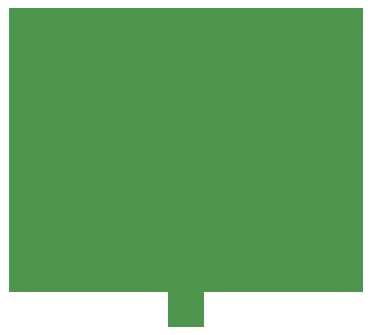
<source format=gko>
G04 ===== Begin FILE IDENTIFICATION =====*
G04 File Format:  Gerber RS274X*
G04 ===== End FILE IDENTIFICATION =====*
%FSLAX24Y24*%
%MOMM*%
%SFA1.0000B1.0000*%
%OFA0.0B0.0*%
%ADD10C,0.025000*%
%LNcase_dimensions*%
%IPPOS*%
%LPD*%
G75*
G36*
G01X-91000Y30000D02*
G01X44000D01*
G01Y0D01*
G01X74000D01*
G01Y30000D01*
G01X209000D01*
G01Y270000D01*
G01X-91000D01*
G01Y30000D01*
G37*
M02*


</source>
